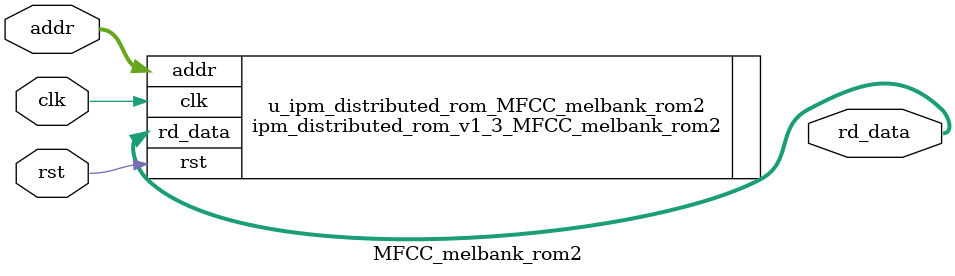
<source format=v>


`timescale 1 ns / 1 ps
module MFCC_melbank_rom2
    (
     addr        ,
     rst         ,
     clk         ,
     rd_data
    );

    localparam ADDR_WIDTH = 9 ; //@IPC int 4,10

    localparam DATA_WIDTH = 8 ; //@IPC int 1,256

    localparam RST_TYPE = "ASYNC" ; //@IPC enum ASYNC,SYNC

    localparam OUT_REG = 0 ; //@IPC bool

    localparam INIT_ENABLE = 1 ; //@IPC bool

    localparam INIT_FILE = "D:/PDS_FPGA/Audio_test/ipcore/MFCC_melbank_rom2/rtl/init_param_bin_exmp_MFCC_melbank_rom2.dat" ; //@IPC string

    localparam FILE_FORMAT = "BIN" ; //@IPC enum BIN,HEX


     output   wire  [DATA_WIDTH-1:0]       rd_data ;
     input    wire  [ADDR_WIDTH-1:0]       addr    ;
     input                                 clk     ;
     input                                 rst     ;

ipm_distributed_rom_v1_3_MFCC_melbank_rom2
   #(
     .ADDR_WIDTH    (ADDR_WIDTH     ), //address width   range:4-10
     .DATA_WIDTH    (DATA_WIDTH     ), //data width      range:4-256
     .RST_TYPE      (RST_TYPE       ), //reset type   "ASYNC_RESET" "SYNC_RESET"
     .OUT_REG       (OUT_REG        ), //output options :non_register(0)  register(1)
     .INIT_FILE     (INIT_FILE      ), //legal value:"NONE" or "initial file name"
     .FILE_FORMAT   (FILE_FORMAT    )  //initial data format : "bin" or "hex"
    )u_ipm_distributed_rom_MFCC_melbank_rom2
    (
     .rd_data       (rd_data        ),
     .addr          (addr           ),
     .clk           (clk            ),
     .rst           (rst            )

    );
endmodule

</source>
